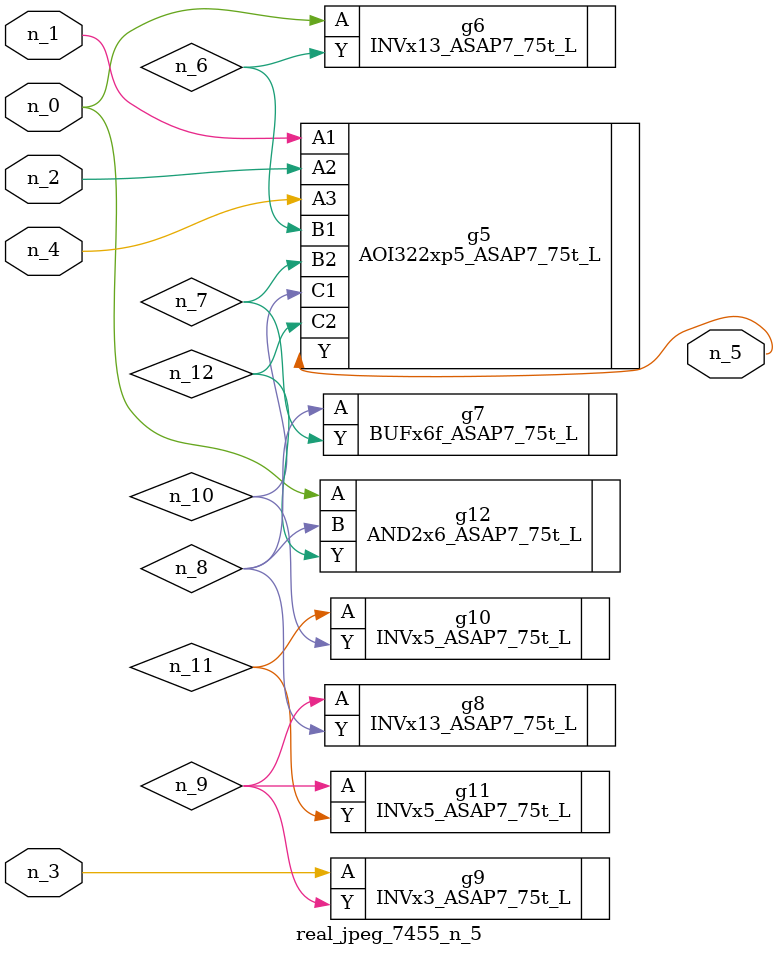
<source format=v>
module real_jpeg_7455_n_5 (n_4, n_0, n_1, n_2, n_3, n_5);

input n_4;
input n_0;
input n_1;
input n_2;
input n_3;

output n_5;

wire n_12;
wire n_8;
wire n_11;
wire n_6;
wire n_7;
wire n_10;
wire n_9;

INVx13_ASAP7_75t_L g6 ( 
.A(n_0),
.Y(n_6)
);

AND2x6_ASAP7_75t_L g12 ( 
.A(n_0),
.B(n_8),
.Y(n_12)
);

AOI322xp5_ASAP7_75t_L g5 ( 
.A1(n_1),
.A2(n_2),
.A3(n_4),
.B1(n_6),
.B2(n_7),
.C1(n_10),
.C2(n_12),
.Y(n_5)
);

INVx3_ASAP7_75t_L g9 ( 
.A(n_3),
.Y(n_9)
);

BUFx6f_ASAP7_75t_L g7 ( 
.A(n_8),
.Y(n_7)
);

INVx13_ASAP7_75t_L g8 ( 
.A(n_9),
.Y(n_8)
);

INVx5_ASAP7_75t_L g11 ( 
.A(n_9),
.Y(n_11)
);

INVx5_ASAP7_75t_L g10 ( 
.A(n_11),
.Y(n_10)
);


endmodule
</source>
